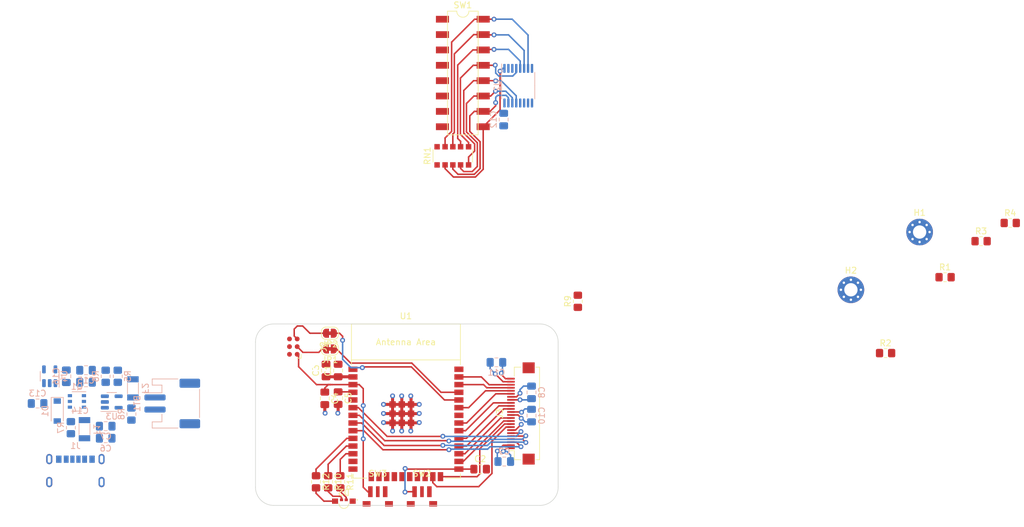
<source format=kicad_pcb>
(kicad_pcb (version 20220308) (generator pcbnew)
  (layers (0 "F.Cu" mixed "cobre frontal") (1 "In1.Cu" power) (2 "In2.Cu" power) (31 "B.Cu" mixed "Cobre traseira") (34 "B.Paste" user "Pasta traseira") (35 "F.Paste" user "Pasta frontal") (36 "B.SilkS" user "Serigrafia traseira") (37 "F.SilkS" user "Serigrafia frontal") (38 "B.Mask" user "Máscara traseira") (39 "F.Mask" user "Máscara frontal") (44 "Edge.Cuts" user "Cortes contorno"))
  (net 0 "")
  (net 1 "Net-(BT1-+)")
  (net 2 "GND")
  (net 3 "+3V3")
  (net 4 "ESP_BOOT")
  (net 5 "ESP_EN")
  (net 6 "BAT_SENSE")
  (net 7 "Net-(J1-VBUS)")
  (net 8 "VCC")
  (net 9 "+BATT")
  (net 10 "+5V")
  (net 11 "Net-(D2-RK)")
  (net 12 "Net-(D2-GK)")
  (net 13 "Net-(D2-BK)")
  (net 14 "BAT_STAT")
  (net 15 "Net-(J1-CC1)")
  (net 16 "Net-(J1-CC2)")
  (net 17 "Net-(J2-Pin_3)")
  (net 18 "Net-(J2-Pin_5)")
  (net 19 "IO2")
  (net 20 "IO4")
  (net 21 "IO5")
  (net 22 "IO15")
  (net 23 "IO16")
  (net 24 "IO17")
  (net 25 "IO18")
  (net 26 "IO19")
  (net 27 "IO21")
  (net 28 "IO22")
  (net 29 "IO23")
  (net 30 "IO32")
  (net 31 "IO33")
  (net 32 "IO34")
  (net 33 "IO35")
  (net 34 "Net-(RN1-R1)")
  (net 35 "ESP_TX")
  (net 36 "ESP_RX")
  (net 37 "Net-(RN1-R2)")
  (net 38 "Net-(RN1-R3)")
  (net 39 "Net-(RN1-R4)")
  (net 40 "Net-(RN1-R5)")
  (net 41 "Net-(RN1-R6)")
  (net 42 "Net-(RN1-R7)")
  (net 43 "Net-(RN1-R8)")
  (net 44 "Net-(U3-PROG)")
  (net 45 "BAT_IND_R")
  (net 46 "BAT_IND_G")
  (net 47 "BAT_IND_B")
  (net 48 "ID_CLK")
  (net 49 "ID_LATCH")
  (net 50 "ID_DATA")
  (footprint "Connector:Tag-Connect_TC2030-IDC-FP_2x03_P1.27mm_Vertical" (layer "F.Cu") (at 126.25 83.75 90)
    (fp_text reference "J2")
    (fp_text value "Serial Port")
  )
  (footprint "Capacitor_SMD:C_0805_2012Metric_Pad1.18x1.45mm_HandSolder" (layer "F.Cu") (at 131.65 87.7 90)
    (fp_text reference "C3")
    (fp_text value "10µF")
  )
  (footprint "Espressif:ESP32-WROOM-32E" (layer "F.Cu") (at 144.85 94.5)
    (fp_text reference "U1")
    (fp_text value "ESP32-WROOM-E")
  )
  (footprint "GameOver:SW_Tactile_SPST_SOFNG_TS-1814" (layer "F.Cu") (at 140.2 107.7375)
    (fp_text reference "SW3")
    (fp_text value "Reset")
  )
  (footprint "Resistor_SMD:R_0805_2012Metric_Pad1.20x1.40mm_HandSolder" (layer "F.Cu") (at 233.92 72.27)
    (fp_text reference "R1")
    (fp_text value "10kΩ")
  )
  (footprint "Resistor_SMD:R_0805_2012Metric_Pad1.20x1.40mm_HandSolder" (layer "F.Cu") (at 132 106.1 -90)
    (fp_text reference "R10")
    (fp_text value "1kΩ")
  )
  (footprint "Resistor_SMD:R_0805_2012Metric_Pad1.20x1.40mm_HandSolder" (layer "F.Cu") (at 130 106.1 -90)
    (fp_text reference "R12")
    (fp_text value "1kΩ")
  )
  (footprint "GameOver:TXGA_FFC05036-24SBD113W5M_1x24_P0.50mm_Horizontal" (layer "F.Cu") (at 164.05 94.8 90)
    (fp_text reference "J3")
    (fp_text value "add-on conn")
  )
  (footprint "Resistor_SMD:R_0805_2012Metric_Pad1.20x1.40mm_HandSolder" (layer "F.Cu") (at 134 106.1 -90)
    (fp_text reference "R11")
    (fp_text value "1kΩ")
  )
  (footprint "Resistor_SMD:R_0805_2012Metric_Pad1.20x1.40mm_HandSolder" (layer "F.Cu") (at 244.68 63.3)
    (fp_text reference "R4")
    (fp_text value "5.1kΩ")
  )
  (footprint "MountingHole:MountingHole_2.2mm_M2_Pad_Via" (layer "F.Cu") (at 229.71 64.8)
    (fp_text reference "H1")
    (fp_text value "~")
  )
  (footprint "Resistor_SMD:R_0805_2012Metric_Pad1.20x1.40mm_HandSolder" (layer "F.Cu") (at 224.09 84.82)
    (fp_text reference "R2")
    (fp_text value "10kΩ")
  )
  (footprint "Resistor_SMD:R_0805_2012Metric_Pad1.20x1.40mm_HandSolder" (layer "F.Cu") (at 173.25 76.25 90)
    (fp_text reference "R9")
    (fp_text value "10kΩ")
  )
  (footprint "Resistor_SMD:R_0805_2012Metric_Pad1.20x1.40mm_HandSolder" (layer "F.Cu") (at 239.87 66.31)
    (fp_text reference "R3")
    (fp_text value "5.1kΩ")
  )
  (footprint "Jumper:SolderJumper-2_P1.3mm_Bridged_RoundedPad1.0x1.5mm" (layer "F.Cu") (at 132.29 84.135 180)
    (fp_text reference "JP1")
    (fp_text value "~")
  )
  (footprint "Capacitor_SMD:C_0805_2012Metric_Pad1.18x1.45mm_HandSolder" (layer "F.Cu") (at 131.45 92.3 -90)
    (fp_text reference "C4")
    (fp_text value "1µF")
  )
  (footprint "Capacitor_SMD:C_0805_2012Metric_Pad1.18x1.45mm_HandSolder" (layer "F.Cu") (at 133.65 87.7 90)
    (fp_text reference "C1")
    (fp_text value "100nF")
  )
  (footprint "GameOver:SW_Tactile_SPST_SOFNG_TS-1814" (layer "F.Cu") (at 147.5 107.7375)
    (fp_text reference "SW2")
    (fp_text value "boot")
  )
  (footprint "GameOver:DIP-16_CTS_219-8LPST" (layer "F.Cu") (at 154.25 38.5)
    (fp_text reference "SW1")
    (fp_text value "SW_DIP_x08")
  )
  (footprint "Resistor_SMD:R_Array_Convex_5x1206" (layer "F.Cu") (at 152.6 52.2 90)
    (fp_text reference "RN1")
    (fp_text value "R_Network08_US")
  )
  (footprint "MountingHole:MountingHole_2.2mm_M2_Pad_Via" (layer "F.Cu") (at 218.36 74.35)
    (fp_text reference "H2")
    (fp_text value "~")
  )
  (footprint "Jumper:SolderJumper-2_P1.3mm_Bridged_RoundedPad1.0x1.5mm" (layer "F.Cu") (at 132.29 81.535 180)
    (fp_text reference "JP2")
    (fp_text value "~")
  )
  (footprint "GameOver:Hongzhi_Forest_HS-1204-RGB" (layer "F.Cu") (at 134.6 109.3 180)
    (fp_text reference "D2")
    (fp_text value "LED_RGBA")
  )
  (footprint "Capacitor_SMD:C_0805_2012Metric_Pad1.18x1.45mm_HandSolder" (layer "F.Cu") (at 157.1125 104)
    (fp_text reference "C2")
    (fp_text value "100nF")
  )
  (footprint "Capacitor_SMD:C_0805_2012Metric_Pad1.18x1.45mm_HandSolder" (layer "F.Cu") (at 133.65 92.2625 -90)
    (fp_text reference "C5")
    (fp_text value "100nF")
  )
  (footprint "Capacitor_SMD:C_0805_2012Metric_Pad1.18x1.45mm_HandSolder" (layer "B.Cu") (at 165.6 91.3125 90)
    (fp_text reference "C8")
    (fp_text value "100nF")
  )
  (footprint "Capacitor_SMD:C_0805_2012Metric_Pad1.18x1.45mm_HandSolder" (layer "B.Cu") (at 161.1 102.75 180)
    (fp_text reference "C9")
    (fp_text value "100nF")
  )
  (footprint "Capacitor_SMD:C_0805_2012Metric_Pad1.18x1.45mm_HandSolder" (layer "B.Cu") (at 92 89.65)
    (fp_text reference "C14")
    (fp_text value "10µF")
  )
  (footprint "GameOver:Belfuse_0ZCJ" (layer "B.Cu") (at 91.75 97.4 90)
    (fp_text reference "F1")
    (fp_text value "PTC 1A")
  )
  (footprint "Package_SO:TSOP-6_1.65x3.05mm_P0.95mm" (layer "B.Cu") (at 90.5 92.81 180)
    (fp_text reference "Q1")
    (fp_text value "PMN48XP")
  )
  (footprint "Capacitor_SMD:C_0805_2012Metric_Pad1.18x1.45mm_HandSolder" (layer "B.Cu") (at 88.75 88.65 -90)
    (fp_text reference "C16")
    (fp_text value "10µF")
  )
  (footprint "Capacitor_SMD:C_0805_2012Metric_Pad1.18x1.45mm_HandSolder" (layer "B.Cu") (at 161 46.2 -90)
    (fp_text reference "C12")
    (fp_text value "100nF")
  )
  (footprint "GameOver:DEALON_USB-US31-106" (layer "B.Cu") (at 90.25 105.15 180)
    (fp_text reference "J1")
    (fp_text value "USB_C_DEALON-USB-US31-106")
  )
  (footprint "Capacitor_SMD:C_0805_2012Metric_Pad1.18x1.45mm_HandSolder" (layer "B.Cu") (at 84 93.15 180)
    (fp_text reference "C13")
    (fp_text value "10µF")
  )
  (footprint "Capacitor_SMD:C_0805_2012Metric_Pad1.18x1.45mm_HandSolder" (layer "B.Cu") (at 165.6 95.15 90)
    (fp_text reference "C10")
    (fp_text value "100nF")
  )
  (footprint "Resistor_SMD:R_0805_2012Metric_Pad1.20x1.40mm_HandSolder" (layer "B.Cu") (at 89.5 97.15 -90)
    (fp_text reference "R7")
    (fp_text value "10k")
  )
  (footprint "GameOver:Belfuse_0ZCJ" (layer "B.Cu") (at 99.75 90.65 90)
    (fp_text reference "F2")
    (fp_text value "PTC 1A")
  )
  (footprint "Resistor_SMD:R_0805_2012Metric_Pad1.20x1.40mm_HandSolder" (layer "B.Cu") (at 95.25 88.65 -90)
    (fp_text reference "R6")
    (fp_text value "100kΩ")
  )
  (footprint "Connector_JST:JST_PH_S2B-PH-SM4-TB_1x02-1MP_P2.00mm_Horizontal" (layer "B.Cu") (at 106.25 93.15 -90)
    (fp_text reference "BT1")
    (fp_text value "LiPO (protected)")
  )
  (footprint "Capacitor_SMD:C_0805_2012Metric_Pad1.18x1.45mm_HandSolder" (layer "B.Cu") (at 95.25 98.9)
    (fp_text reference "C6")
    (fp_text value "100nF")
  )
  (footprint "Resistor_SMD:R_0805_2012Metric_Pad1.20x1.40mm_HandSolder" (layer "B.Cu") (at 97.25 88.65 90)
    (fp_text reference "R5")
    (fp_text value "100kΩ")
  )
  (footprint "Package_TO_SOT_SMD:SOT-23-5" (layer "B.Cu") (at 96.25 92.9)
    (fp_text reference "U3")
    (fp_text value "MCP73831-2ACI-OT")
  )
  (footprint "Package_TO_SOT_SMD:SOT-23-5" (layer "B.Cu") (at 86 88.65 90)
    (fp_text reference "U4")
    (fp_text value "XC6210B332MR")
  )
  (footprint "Resistor_SMD:R_0805_2012Metric_Pad1.20x1.40mm_HandSolder" (layer "B.Cu") (at 99.5 94.9 -90)
    (fp_text reference "R8")
    (fp_text value "5.1kΩ *")
  )
  (footprint "Capacitor_SMD:C_0805_2012Metric_Pad1.18x1.45mm_HandSolder" (layer "B.Cu") (at 95.25 96.9)
    (fp_text reference "C7")
    (fp_text value "10µF")
  )
  (footprint "Diode_SMD:D_SOD-123" (layer "B.Cu") (at 87.25 94.4 -90)
    (fp_text reference "D1")
    (fp_text value "MBR120")
  )
  (footprint "Capacitor_SMD:C_0805_2012Metric_Pad1.18x1.45mm_HandSolder" (layer "B.Cu") (at 159.8 86.35)
    (fp_text reference "C11")
    (fp_text value "100nF")
  )
  (footprint "Capacitor_SMD:C_0805_2012Metric_Pad1.18x1.45mm_HandSolder" (layer "B.Cu") (at 92 87.65)
    (fp_text reference "C15")
    (fp_text value "100nF")
  )
  (footprint "Package_SO:TSSOP-16_4.4x5mm_P0.65mm" (layer "B.Cu") (at 163.4 40.6 -90)
    (fp_text reference "U2")
    (fp_text value "4021")
  )
  (gr_line (start 123 80) (end 167 80) (stroke (width 0.1)) (layer "Edge.Cuts"))
  (gr_line (start 120 107) (end 120 83) (stroke (width 0.1)) (layer "Edge.Cuts"))
  (gr_arc (start 170 107) (mid 169.12132 109.12132) (end 167 110) (stroke (width 0.1)) (layer "Edge.Cuts"))
  (gr_line (start 167 110) (end 123 110) (stroke (width 0.1)) (layer "Edge.Cuts"))
  (gr_arc (start 123 110) (mid 120.87868 109.12132) (end 120 107) (stroke (width 0.1)) (layer "Edge.Cuts"))
  (gr_arc (start 120 83) (mid 120.87868 80.87868) (end 123 80) (stroke (width 0.1)) (layer "Edge.Cuts"))
  (gr_arc (start 167 80) (mid 169.12132 80.87868) (end 170 83) (stroke (width 0.1)) (layer "Edge.Cuts"))
  (gr_line (start 170 83) (end 170 107) (stroke (width 0.1)) (layer "Edge.Cuts"))
  (segment (start 133.65 94.7) (end 133.65 93.3) (width 0.5) (layer "F.Cu") (net 2))
  (segment (start 163.900003 96.601378) (end 162.951381 97.55) (width 0.25) (layer "F.Cu") (net 2))
  (segment (start 163.9 94.55) (end 163.95 94.6) (width 0.25) (layer "F.Cu") (net 2))
  (segment (start 145.695 93.305) (end 145.695 96.355) (width 0.5) (layer "F.Cu") (net 2))
  (segment (start 147.045 93.305) (end 145.695 93.305) (width 0.5) (layer "F.Cu") (net 2))
  (segment (start 144.15 97.7) (end 144.17 97.68) (width 0.5) (layer "F.Cu") (net 2))
  (segment (start 145.695 91.945) (end 145.65 91.9) (width 0.5) (layer "F.Cu") (net 2))
  (segment (start 145.695 97.655) (end 145.695 96.355) (width 0.5) (layer "F.Cu") (net 2))
  (segment (start 144.17 97.68) (end 144.17 96.355) (width 0.5) (layer "F.Cu") (net 2))
  (segment (start 145.695 93.305) (end 145.695 91.945) (width 0.5) (layer "F.Cu") (net 2))
  (segment (start 131.45 94.7) (end 131.5 94.75) (width 0.5) (layer "F.Cu") (net 2))
  (segment (start 133.6 94.75) (end 133.65 94.7) (width 0.5) (layer "F.Cu") (net 2))
  (segment (start 162.2 100.05) (end 160.9245 100.05) (width 0.25) (layer "F.Cu") (net 2))
  (segment (start 146.995 96.355) (end 147.05 96.3) (width 0.5) (layer "F.Cu") (net 2))
  (segment (start 144.17 93.305) (end 144.17 91.92) (width 0.5) (layer "F.Cu") (net 2))
  (segment (start 160.9245 100.05) (end 159.95 101.0245) (width 0.25) (layer "F.Cu") (net 2))
  (segment (start 145.695 94.83) (end 147.02 94.83) (width 0.5) (layer "F.Cu") (net 2))
  (segment (start 145.65 97.7) (end 145.695 97.655) (width 0.5) (layer "F.Cu") (net 2))
  (segment (start 142.65 97.7) (end 142.645 97.695) (width 0.5) (layer "F.Cu") (net 2))
  (segment (start 142.645 93.305) (end 142.645 91.905) (width 0.5) (layer "F.Cu") (net 2))
  (segment (start 162.2 94.55) (end 163.9 94.55) (width 0.25) (layer "F.Cu") (net 2))
  (segment (start 142.645 94.83) (end 141.18 94.83) (width 0.5) (layer "F.Cu") (net 2))
  (segment (start 142.645 94.83) (end 142.645 93.305) (width 0.5) (layer "F.Cu") (net 2))
  (segment (start 160.605688 88.355688) (end 161.3 89.05) (width 0.25) (layer "F.Cu") (net 2))
  (segment (start 142.645 96.355) (end 142.645 94.83) (width 0.5) (layer "F.Cu") (net 2))
  (segment (start 162.951381 97.55) (end 162.2 97.55) (width 0.25) (layer "F.Cu") (net 2))
  (segment (start 142.645 96.355) (end 141.205 96.355) (width 0.5) (layer "F.Cu") (net 2))
  (segment (start 147.05 93.3) (end 147.045 93.305) (width 0.5) (layer "F.Cu") (net 2))
  (segment (start 147.02 94.83) (end 147.05 94.8) (width 0.5) (layer "F.Cu") (net 2))
  (segment (start 142.645 94.83) (end 145.695 94.83) (width 0.5) (layer "F.Cu") (net 2))
  (segment (start 160.605688 88.127324) (end 160.605688 88.355688) (width 0.25) (layer "F.Cu") (net 2))
  (segment (start 141.205 96.355) (end 141.15 96.3) (width 0.5) (layer "F.Cu") (net 2))
  (segment (start 163.7 91.474022) (end 163.124022 92.05) (width 0.25) (layer "F.Cu") (net 2))
  (segment (start 145.695 96.355) (end 146.995 96.355) (width 0.5) (layer "F.Cu") (net 2))
  (segment (start 142.645 97.695) (end 142.645 96.355) (width 0.5) (layer "F.Cu") (net 2))
  (segment (start 142.645 91.905) (end 142.65 91.9) (width 0.5) (layer "F.Cu") (net 2))
  (segment (start 142.645 94.83) (end 144.17 94.83) (width 0.5) (layer "F.Cu") (net 2))
  (segment (start 141.155 93.305) (end 141.15 93.3) (width 0.5) (layer "F.Cu") (net 2))
  (segment (start 144.17 93.305) (end 144.17 96.355) (width 0.5) (layer "F.Cu") (net 2))
  (segment (start 145.695 96.355) (end 142.645 96.355) (width 0.5) (layer "F.Cu") (net 2))
  (segment (start 142.645 93.305) (end 145.695 93.305) (width 0.5) (layer "F.Cu") (net 2))
  (segment (start 141.18 94.83) (end 141.15 94.8) (width 0.5) (layer "F.Cu") (net 2))
  (segment (start 142.645 93.305) (end 141.155 93.305) (width 0.5) (layer "F.Cu") (net 2))
  (segment (start 144.17 91.92) (end 144.15 91.9) (width 0.5) (layer "F.Cu") (net 2))
  (segment (start 163.124022 92.05) (end 162.2 92.05) (width 0.25) (layer "F.Cu") (net 2))
  (segment (start 163.7 91.45) (end 163.7 91.474022) (width 0.25) (layer "F.Cu") (net 2))
  (segment (start 161.3 89.05) (end 162.2 89.05) (width 0.25) (layer "F.Cu") (net 2))
  (segment (start 131.45 93.3375) (end 131.45 94.7) (width 0.5) (layer "F.Cu") (net 2))
  (via (at 144.15 91.9) (size 0.8) (drill 0.4) (layers "F.Cu" "B.Cu") (net 2))
  (via (at 141.15 96.3) (size 0.8) (drill 0.4) (layers "F.Cu" "B.Cu") (net 2))
  (via (at 133.6 94.75) (size 0.8) (drill 0.4) (layers "F.Cu" "B.Cu") (net 2))
  (via (at 163.95 94.6) (size 0.8) (drill 0.4) (layers "F.Cu" "B.Cu") (net 2))
  (via (at 131.5 94.75) (size 0.8) (drill 0.4) (layers "F.Cu" "B.Cu") (net 2))
  (via (at 163.900003 96.601378) (size 0.8) (drill 0.4) (layers "F.Cu" "B.Cu") (net 2))
  (via (at 160.605688 88.127324) (size 0.8) (drill 0.4) (layers "F.Cu" "B.Cu") (net 2))
  (via (at 147.05 93.3) (size 0.8) (drill 0.4) (layers "F.Cu" "B.Cu") (net 2))
  (via (at 144.15 97.7) (size 0.8) (drill 0.4) (layers "F.Cu" "B.Cu") (net 2))
  (via (at 142.65 91.9) (size 0.8) (drill 0.4) (layers "F.Cu" "B.Cu") (net 2))
  (via (at 163.7 91.45) (size 0.8) (drill 0.4) (layers "F.Cu" "B.Cu") (net 2))
  (via (at 142.65 97.7) (size 0.8) (drill 0.4) (layers "F.Cu" "B.Cu") (net 2))
  (via (at 141.15 94.8) (size 0.8) (drill 0.4) (layers "F.Cu" "B.Cu") (net 2))
  (via (at 145.65 97.7) (size 0.8) (drill 0.4) (layers "F.Cu" "B.Cu") (net 2))
  (via (at 147.05 96.3) (size 0.8) (drill 0.4) (layers "F.Cu" "B.Cu") (net 2))
  (via (at 147.05 94.8) (size 0.8) (drill 0.4) (layers "F.Cu" "B.Cu") (net 2))
  (via (at 145.65 91.9) (size 0.8) (drill 0.4) (layers "F.Cu" "B.Cu") (net 2))
  (via (at 159.95 101.0245) (size 0.8) (drill 0.4) (layers "F.Cu" "B.Cu") (net 2))
  (via (at 141.15 93.3) (size 0.8) (drill 0.4) (layers "F.Cu" "B.Cu") (net 2))
  (segment (start 160.8 87.933012) (end 160.8 86.3875) (width 0.25) (layer "B.Cu") (net 2))
  (segment (start 160.8 86.3875) (end 160.8375 86.35) (width 0.25) (layer "B.Cu") (net 2))
  (segment (start 163.95 94.6) (end 164.5 94.05) (width 0.25) (layer "B.Cu") (net 2))
  (segment (start 164.5 94.05) (end 165.5375 94.05) (width 0.25) (layer "B.Cu") (net 2))
  (segment (start 159.95 102.6375) (end 160.0625 102.75) (width 0.25) (layer "B.Cu") (net 2))
  (segment (start 165.5375 94.05) (end 165.6 94.1125) (width 0.25) (layer "B.Cu") (net 2))
  (segment (start 164.275 90.275) (end 165.6 90.275) (width 0.25) (layer "B.Cu") (net 2))
  (segment (start 163.7 90.85) (end 164.275 90.275) (width 0.25) (layer "B.Cu") (net 2))
  (segment (start 160.605688 88.127324) (end 160.8 87.933012) (width 0.25) (layer "B.Cu") (net 2))
  (segment (start 159.95 101.0245) (end 159.95 102.6375) (width 0.25) (layer "B.Cu") (net 2))
  (segment (start 163.7 91.45) (end 163.7 90.85) (width 0.25) (layer "B.Cu") (net 2))
  (segment (start 160.9 89.55) (end 162.2 89.55) (width 0.25) (layer "F.Cu") (net 3))
  (segment (start 136.0775 88.7375) (end 136.1 88.76) (width 0.5) (layer "F.Cu") (net 3))
  (segment (start 159.6 88.25) (end 160.9 89.55) (width 0.25) (layer "F.Cu") (net 3))
  (segment (start 163.7 92.55) (end 162.2 92.55) (width 0.25) (layer "F.Cu") (net 3))
  (segment (start 131.65 88.7375) (end 136.0775 88.7375) (width 0.5) (layer "F.Cu") (net 3))
  (segment (start 161.453525 100.55) (end 162.2 100.55) (width 0.25) (layer "F.Cu") (net 3))
  (segment (start 163.897467 95.601879) (end 163.649897 95.354309) (width 0.25) (layer "F.Cu") (net 3))
  (segment (start 163.649897 95.324511) (end 163.375386 95.05) (width 0.25) (layer "F.Cu") (net 3))
  (segment (start 163.649897 95.354309) (end 163.649897 95.324511) (width 0.25) (layer "F.Cu") (net 3))
  (segment (start 160.949053 101.054472) (end 161.453525 100.55) (width 0.25) (layer "F.Cu") (net 3))
  (segment (start 163.375386 95.05) (end 162.2 95.05) (width 0.25) (layer "F.Cu") (net 3))
  (via (at 160.949053 101.054472) (size 0.8) (drill 0.4) (layers "F.Cu" "B.Cu") (net 3))
  (via (at 159.6 88.25) (size 0.8) (drill 0.4) (layers "F.Cu" "B.Cu") (net 3))
  (via (at 163.897467 95.601879) (size 0.8) (drill 0.4) (layers "F.Cu" "B.Cu") (net 3))
  (via (at 163.7 92.55) (size 0.8) (drill 0.4) (layers "F.Cu" "B.Cu") (net 3))
  (segment (start 163.7 92.55) (end 165.4 92.55) (width 0.25) (layer "B.Cu") (net 3))
  (segment (start 164.562114 96.1875) (end 165.6 96.1875) (width 0.25) (layer "B.Cu") (net 3))
  (segment (start 163.897467 95.601879) (end 163.976493 95.601879) (width 0.25) (layer "B.Cu") (net 3))
  (segment (start 159.6 88.25) (end 158.7625 87.4125) (width 0.25) (layer "B.Cu") (net 3))
  (segment (start 165.4 92.55) (end 165.6 92.35) (width 0.25) (layer "B.Cu") (net 3))
  (segment (start 162.1375 101.6875) (end 162.1375 102.75) (width 0.25) (layer "B.Cu") (net 3))
  (segment (start 163.976493 95.601879) (end 164.562114 96.1875) (width 0.25) (layer "B.Cu") (net 3))
  (segment (start 160.949053 101.054472) (end 161.504472 101.054472) (width 0.25) (layer "B.Cu") (net 3))
  (segment (start 158.7625 87.4125) (end 158.7625 86.35) (width 0.25) (layer "B.Cu") (net 3))
  (segment (start 161.504472 101.054472) (end 162.1375 101.6875) (width 0.25) (layer "B.Cu") (net 3))
  (segment (start 153.6 104) (end 156.075 104) (width 0.25) (layer "F.Cu") (net 4))
  (segment (start 144.816179 104) (end 153.6 104) (width 0.25) (layer "F.Cu") (net 4))
  (segment (start 144.719653 103.903474) (end 144.816179 104) (width 0.25) (layer "F.Cu") (net 4))
  (segment (start 144.7625 107.7375) (end 146.275 107.7375) (width 0.25) (layer "F.Cu") (net 4))
  (segment (start 144.7 107.8) (end 144.7625 107.7375) (width 0.25) (layer "F.Cu") (net 4))
  (via (at 144.7 107.8) (size 0.8) (drill 0.4) (layers "F.Cu" "B.Cu") (net 4))
  (via (at 144.719653 103.903474) (size 0.8) (drill 0.4) (layers "F.Cu" "B.Cu") (net 4))
  (segment (start 144.7 107.8) (end 144.7 103.923127) (width 0.25) (layer "B.Cu") (net 4))
  (segment (start 144.7 103.923127) (end 144.719653 103.903474) (width 0.25) (layer "B.Cu") (net 4))
  (segment (start 138.5375 107.7375) (end 137.8 107) (width 0.25) (layer "F.Cu") (net 5))
  (segment (start 137.8 90.7) (end 137.13 90.03) (width 0.25) (layer "F.Cu") (net 5))
  (segment (start 137.8 93.5) (end 137.8 90.7) (width 0.25) (layer "F.Cu") (net 5))
  (segment (start 130.08 90.03) (end 132.42 90.03) (width 0.25) (layer "F.Cu") (net 5))
  (segment (start 132.02 90.03) (end 132.42 90.03) (width 0.25) (layer "F.Cu") (net 5))
  (segment (start 131.45 91.2625) (end 131.45 90.6) (width 0.25) (layer "F.Cu") (net 5))
  (segment (start 137.8 107) (end 137.8 99) (width 0.25) (layer "F.Cu") (net 5))
  (segment (start 138.975 107.7375) (end 138.5375 107.7375) (width 0.25) (layer "F.Cu") (net 5))
  (segment (start 127.119821 87.069821) (end 130.08 90.03) (width 0.25) (layer "F.Cu") (net 5))
  (segment (start 131.45 90.6) (end 132.02 90.03) (width 0.25) (layer "F.Cu") (net 5))
  (segment (start 132.42 90.03) (end 132.68 90.03) (width 0.25) (layer "F.Cu") (net 5))
  (segment (start 132.68 90.03) (end 136.1 90.03) (width 0.25) (layer "F.Cu") (net 5))
  (segment (start 126.885 85.02) (end 127.119821 85.254821) (width 0.25) (layer "F.Cu") (net 5))
  (segment (start 137.13 90.03) (end 136.1 90.03) (width 0.25) (layer "F.Cu") (net 5))
  (segment (start 127.119821 85.254821) (end 127.119821 87.069821) (width 0.25) (layer "F.Cu") (net 5))
  (via (at 137.8 99) (size 0.8) (drill 0.4) (layers "F.Cu" "B.Cu") (net 5))
  (via (at 137.8 93.5) (size 0.8) (drill 0.4) (layers "F.Cu" "B.Cu") (net 5))
  (segment (start 137.8 99) (end 137.8 93.5) (width 0.25) (layer "B.Cu") (net 5))
  (segment (start 133.65 91.225) (end 136.025 91.225) (width 0.25) (layer "F.Cu") (net 6))
  (segment (start 136.025 91.225) (end 136.1 91.3) (width 0.25) (layer "F.Cu") (net 6))
  (segment (start 132 107.1) (end 132 107.7) (width 0.25) (layer "F.Cu") (net 11))
  (segment (start 134 108.5) (end 134.21 108.71) (width 0.25) (layer "F.Cu") (net 11))
  (segment (start 134.21 108.71) (end 134.21 109.08) (width 0.25) (layer "F.Cu") (net 11))
  (segment (start 132 107.7) (end 132.8 108.5) (width 0.25) (layer "F.Cu") (net 11))
  (segment (start 132.8 108.5) (end 134 108.5) (width 0.25) (layer "F.Cu") (net 11))
  (segment (start 134 107.1) (end 134 107.7) (width 0.25) (layer "F.Cu") (net 12))
  (segment (start 134.99 108.69) (end 134.99 109.08) (width 0.25) (layer "F.Cu") (net 12))
  (segment (start 134 107.7) (end 134.99 108.69) (width 0.25) (layer "F.Cu") (net 12))
  (segment (start 130 107.1) (end 130 108) (width 0.25) (layer "F.Cu") (net 13))
  (segment (start 130 108) (end 131.3 109.3) (width 0.25) (layer "F.Cu") (net 13))
  (segment (start 131.3 109.3) (end 133.145 109.3) (width 0.25) (layer "F.Cu") (net 13))
  (segment (start 131.015 84.135) (end 131.64 84.135) (width 0.25) (layer "F.Cu") (net 17))
  (segment (start 130.45 84.7) (end 131.015 84.135) (width 0.25) (layer "F.Cu") (net 17))
  (segment (start 127.835 84.7) (end 130.45 84.7) (width 0.25) (layer "F.Cu") (net 17))
  (segment (start 126.885 83.75) (end 127.835 84.7) (width 0.25) (layer "F.Cu") (net 17))
  (segment (start 126.396179 80.849707) (end 126.396179 81.991179) (width 0.25) (layer "F.Cu") (net 18))
  (segment (start 126.905707 80.340179) (end 126.396179 80.849707) (width 0.25) (layer "F.Cu") (net 18))
  (segment (start 128.985 81.535) (end 127.790179 80.340179) (width 0.25) (layer "F.Cu") (net 18))
  (segment (start 126.396179 81.991179) (end 126.885 82.48) (width 0.25) (layer "F.Cu") (net 18))
  (segment (start 131.64 81.535) (end 128.985 81.535) (width 0.25) (layer "F.Cu") (net 18))
  (segment (start 127.790179 80.340179) (end 126.905707 80.340179) (width 0.25) (layer "F.Cu") (net 18))
  (segment (start 157.05 104.8) (end 157.05 100.635718) (width 0.25) (layer "F.Cu") (net 19))
  (segment (start 157.05 100.635718) (end 161.135718 96.55) (width 0.25) (layer "F.Cu") (net 19))
  (segment (start 156.6 105.25) (end 157.05 104.8) (width 0.25) (layer "F.Cu") (net 19))
  (segment (start 161.135718 96.55) (end 162.2 96.55) (width 0.25) (layer "F.Cu") (net 19))
  (segment (start 150.56 105.25) (end 156.6 105.25) (width 0.25) (layer "F.Cu") (net 19))
  (segment (start 153.6 102.73) (end 154.32 102.73) (width 0.25) (layer "F.Cu") (net 20))
  (segment (start 161 96.05) (end 162.2 96.05) (width 0.25) (layer "F.Cu") (net 20))
  (segment (start 154.32 102.73) (end 161 96.05) (width 0.25) (layer "F.Cu") (net 20))
  (segment (start 160.2 93.55) (end 162.2 93.55) (width 0.25) (layer "F.Cu") (net 21))
  (segment (start 153.6 98.92) (end 154.83 98.92) (width 0.25) (layer "F.Cu") (net 21))
  (segment (start 154.83 98.92) (end 160.2 93.55) (width 0.25) (layer "F.Cu") (net 21))
  (segment (start 156.874993 106.9) (end 159.06202 104.712973) (width 0.25) (layer "F.Cu") (net 22))
  (segment (start 149.29 105.25) (end 149.29 106.24) (width 0.25) (layer "F.Cu") (net 22))
  (segment (start 161.4 97.05) (end 162.2 97.05) (width 0.25) (layer "F.Cu") (net 22))
  (segment (start 149.29 106.24) (end 149.95 106.9) (width 0.25) (layer "F.Cu") (net 22))
  (segment (start 149.95 106.9) (end 156.874993 106.9) (width 0.25) (layer "F.Cu") (net 22))
  (segment (start 159.06202 99.38798) (end 161.4 97.05) (width 0.25) (layer "F.Cu") (net 22))
  (segment (start 159.06202 104.712973) (end 159.06202 99.38798) (width 0.25) (layer "F.Cu") (net 22))
  (segment (start 160.5 95.55) (end 154.59 101.46) (width 0.25) (layer "F.Cu") (net 23))
  (segment (start 154.59 101.46) (end 153.6 101.46) (width 0.25) (layer "F.Cu") (net 23))
  (segment (start 162.2 95.55) (end 160.5 95.55) (width 0.25) (layer "F.Cu") (net 23))
  (segment (start 162.2 94.05) (end 161 94.05) (width 0.25) (layer "F.Cu") (net 24))
  (segment (start 154.86 100.19) (end 153.6 100.19) (width 0.25) (layer "F.Cu") (net 24))
  (segment (start 161 94.05) (end 154.86 100.19) (width 0.25) (layer "F.Cu") (net 24))
  (segment (start 154.7 97.65) (end 159.3 93.05) (width 0.25) (layer "F.Cu") (net 25))
  (segment (start 159.3 93.05) (end 162.2 93.05) (width 0.25) (layer "F.Cu") (net 25))
  (segment (start 153.6 97.65) (end 154.7 97.65) (width 0.25) (layer "F.Cu") (net 25))
  (segment (start 159.7 91.55) (end 162.2 91.55) (width 0.25) (layer "F.Cu") (net 26))
  (segment (start 154.87 96.38) (end 159.7 91.55) (width 0.25) (layer "F.Cu") (net 26))
  (segment (start 153.6 96.38) (end 154.87 96.38) (width 0.25) (layer "F.Cu") (net 26))
  (segment (start 158 91.05) (end 162.2 91.05) (width 0.25) (layer "F.Cu") (net 27))
  (segment (start 153.6 93.84) (end 155.21 93.84) (width 0.25) (layer "F.Cu") (net 27))
  (segment (start 155.21 93.84) (end 158 91.05) (width 0.25) (layer "F.Cu") (net 27))
  (segment (start 157.68 90.03) (end 158.2 90.55) (width 0.25) (layer "F.Cu") (net 28))
  (segment (start 158.2 90.55) (end 162.2 90.55) (width 0.25) (layer "F.Cu") (net 28))
  (segment (start 153.6 90.03) (end 157.68 90.03) (width 0.25) (layer "F.Cu") (net 28))
  (segment (start 157.31 88.76) (end 158.6 90.05) (width 0.25) (layer "F.Cu") (net 29))
  (segment (start 153.6 88.76) (end 157.31 88.76) (width 0.25) (layer "F.Cu") (net 29))
  (segment (start 158.6 90.05) (end 162.2 90.05) (width 0.25) (layer "F.Cu") (net 29))
  (segment (start 164.104291 99.05) (end 162.2 99.05) (width 0.25) (layer "F.Cu") (net 30))
  (segment (start 150.95 100.0755) (end 150.9255 100.1) (width 0.25) (layer "F.Cu") (net 30))
  (segment (start 141.25 100.1) (end 137.53 96.38) (width 0.25) (layer "F.Cu") (net 30))
  (segment (start 137.53 96.38) (end 136.1 96.38) (width 0.25) (layer "F.Cu") (net 30))
  (segment (start 150.9255 100.1) (end 141.25 100.1) (width 0.25) (layer "F.Cu") (net 30))
  (segment (start 164.65557 99.601279) (end 164.104291 99.05) (width 0.25) (layer "F.Cu") (net 30))
  (via (at 164.65557 99.601279) (size 0.8) (drill 0.4) (layers "F.Cu" "B.Cu") (net 30))
  (via (at 150.95 100.0755) (size 0.8) (drill 0.4) (layers "F.Cu" "B.Cu") (net 30))
  (segment (start 152.250114 100.0755) (end 150.95 100.0755) (width 0.25) (layer "B.Cu") (net 30))
  (segment (start 158.872799 99.541483) (end 158.314282 100.1) (width 0.25) (layer "B.Cu") (net 30))
  (segment (start 152.274614 100.1) (end 152.250114 100.0755) (width 0.25) (layer "B.Cu") (net 30))
  (segment (start 158.314282 100.1) (end 152.274614 100.1) (width 0.25) (layer "B.Cu") (net 30))
  (segment (start 164.65557 99.601279) (end 164.595774 99.541483) (width 0.25) (layer "B.Cu") (net 30))
  (segment (start 164.595774 99.541483) (end 158.872799 99.541483) (width 0.25) (layer "B.Cu") (net 30))
  (segment (start 151.95 100.8) (end 141.05 100.8) (width 0.25) (layer "F.Cu") (net 31))
  (segment (start 141.05 100.8) (end 137.9 97.65) (width 0.25) (layer "F.Cu") (net 31))
  (segment (start 137.9 97.65) (end 136.1 97.65) (width 0.25) (layer "F.Cu") (net 31))
  (segment (start 163.85 100.3) (end 163.1 99.55) (width 0.25) (layer "F.Cu") (net 31))
  (segment (start 163.1 99.55) (end 162.2 99.55) (width 0.25) (layer "F.Cu") (net 31))
  (via (at 151.95 100.8) (size 0.8) (drill 0.4) (layers "F.Cu" "B.Cu") (net 31))
  (via (at 163.85 100.3) (size 0.8) (drill 0.4) (layers "F.Cu" "B.Cu") (net 31))
  (segment (start 158.35 100.7) (end 152.05 100.7) (width 0.25) (layer "B.Cu") (net 31))
  (segment (start 152.05 100.7) (end 151.95 100.8) (width 0.25) (layer "B.Cu") (net 31))
  (segment (start 158.75 100.3) (end 158.35 100.7) (width 0.25) (layer "B.Cu") (net 31))
  (segment (start 163.85 100.3) (end 158.75 100.3) (width 0.25) (layer "B.Cu") (net 31))
  (segment (start 141.75 98.6) (end 136.99 93.84) (width 0.25) (layer "F.Cu") (net 32))
  (segment (start 150.95 98.5755) (end 150.9255 98.6) (width 0.25) (layer "F.Cu") (net 32))
  (segment (start 150.9255 98.6) (end 141.75 98.6) (width 0.25) (layer "F.Cu") (net 32))
  (segment (start 163.85 97.8) (end 163.6 98.05) (width 0.25) (layer "F.Cu") (net 32))
  (segment (start 163.6 98.05) (end 162.2 98.05) (width 0.25) (layer "F.Cu") (net 32))
  (segment (start 136.99 93.84) (end 136.1 93.84) (width 0.25) (layer "F.Cu") (net 32))
  (via (at 150.95 98.5755) (size 0.8) (drill 0.4) (layers "F.Cu" "B.Cu") (net 32))
  (via (at 163.85 97.8) (size 0.8) (drill 0.4) (layers "F.Cu" "B.Cu") (net 32))
  (segment (start 163.05 98.6) (end 163.85 97.8) (width 0.25) (layer "B.Cu") (net 32))
  (segment (start 150.9745 98.6) (end 163.05 98.6) (width 0.25) (layer "B.Cu") (net 32))
  (segment (start 150.95 98.5755) (end 150.9745 98.6) (width 0.25) (layer "B.Cu") (net 32))
  (segment (start 151.95 99.351) (end 151.899 99.3) (width 0.25) (layer "F.Cu") (net 33))
  (segment (start 164.608506 98.541494) (end 162.208506 98.541494) (width 0.25) (layer "F.Cu") (net 33))
  (segment (start 164.65 98.5) (end 164.608506 98.541494) (width 0.25) (layer "F.Cu") (net 33))
  (segment (start 137.16 95.11) (end 136.1 95.11) (width 0.25) (layer "F.Cu") (net 33))
  (segment (start 162.208506 98.541494) (end 162.2 98.55) (width 0.25) (layer "F.Cu") (net 33))
  (segment (start 151.899 99.3) (end 141.35 99.3) (width 0.25) (layer "F.Cu") (net 33))
  (segment (start 141.35 99.3) (end 137.16 95.11) (width 0.25) (layer "F.Cu") (net 33))
  (via (at 151.95 99.351) (size 0.8) (drill 0.4) (layers "F.Cu" "B.Cu") (net 33))
  (via (at 164.65 98.5) (size 0.8) (drill 0.4) (layers "F.Cu" "B.Cu") (net 33))
  (segment (start 158.378564 99.4) (end 158.686602 99.091963) (width 0.25) (layer "B.Cu") (net 33))
  (segment (start 151.999 99.4) (end 158.378564 99.4) (width 0.25) (layer "B.Cu") (net 33))
  (segment (start 164.058037 99.091963) (end 164.65 98.5) (width 0.25) (layer "B.Cu") (net 33))
  (segment (start 151.95 99.351) (end 151.999 99.4) (width 0.25) (layer "B.Cu") (net 33))
  (segment (start 158.686602 99.091963) (end 164.058037 99.091963) (width 0.25) (layer "B.Cu") (net 33))
  (segment (start 157.6155 54.420218) (end 156.336678 55.69904) (width 0.25) (layer "F.Cu") (net 34))
  (segment (start 151.32 54.32) (end 151.32 53.7) (width 0.25) (layer "F.Cu") (net 34))
  (segment (start 157.6155 47.39) (end 157.6155 54.420218) (width 0.25) (layer "F.Cu") (net 34))
  (segment (start 152.69904 55.69904) (end 151.32 54.32) (width 0.25) (layer "F.Cu") (net 34))
  (segment (start 156.336678 55.69904) (end 152.69904 55.69904) (width 0.25) (layer "F.Cu") (net 34))
  (segment (start 160.4 44.6055) (end 157.6155 47.39) (width 0.25) (layer "F.Cu") (net 34))
  (segment (start 160.4 38.2) (end 160.4 44.6055) (width 0.25) (layer "F.Cu") (net 34))
  (via (at 160.4 38.2) (size 0.8) (drill 0.4) (layers "F.Cu" "B.Cu") (net 34))
  (segment (start 160.4 38.2) (end 160.8625 37.7375) (width 0.25) (layer "B.Cu") (net 34))
  (segment (start 160.8625 37.7375) (end 161.125 37.7375) (width 0.25) (layer "B.Cu") (net 34))
  (segment (start 150.65 91.3) (end 153.6 91.3) (width 0.25) (layer "F.Cu") (net 35))
  (segment (start 132.94 84.135) (end 133.385 84.135) (width 0.25) (layer "F.Cu") (net 35))
  (segment (start 145.8225 86.4725) (end 150.65 91.3) (width 0.25) (layer "F.Cu") (net 35))
  (segment (start 133.385 84.135) (end 135.7225 86.4725) (width 0.25) (layer "F.Cu") (net 35))
  (segment (start 135.7225 86.4725) (end 145.8225 86.4725) (width 0.25) (layer "F.Cu") (net 35))
  (segment (start 153.6 92.57) (end 151.22 92.57) (width 0.25) (layer "F.Cu") (net 36))
  (segment (start 145.75 87.1) (end 137.7745 87.1) (width 0.25) (layer "F.Cu") (net 36))
  (segment (start 137.7745 87.1) (end 137.65 87.2245) (width 0.25) (layer "F.Cu") (net 36))
  (segment (start 151.22 92.57) (end 145.75 87.1) (width 0.25) (layer "F.Cu") (net 36))
  (segment (start 133.885 81.535) (end 132.94 81.535) (width 0.25) (layer "F.Cu") (net 36))
  (segment (start 134.3898 82.7) (end 134.3898 82.0398) (width 0.25) (layer "F.Cu") (net 36))
  (segment (start 134.3898 82.0398) (end 133.885 81.535) (width 0.25) (layer "F.Cu") (net 36))
  (via (at 134.3898 82.7) (size 0.8) (drill 0.4) (layers "F.Cu" "B.Cu") (net 36))
  (via (at 137.65 87.2245) (size 0.8) (drill 0.4) (layers "F.Cu" "B.Cu") (net 36))
  (segment (start 134.3898 82.7) (end 134.3898 85.8398) (width 0.25) (layer "B.Cu") (net 36))
  (segment (start 135.7745 87.2245) (end 137.65 87.2245) (width 0.25) (layer "B.Cu") (net 36))
  (segment (start 134.3898 85.8398) (end 135.7745 87.2245) (width 0.25) (layer "B.Cu") (net 36))
  (segment (start 156.15 44.85) (end 155.4 45.6) (width 0.25) (layer "F.Cu") (net 37))
  (segment (start 157.09904 54.30096) (end 156.15048 55.24952) (width 0.25) (layer "F.Cu") (net 37))
  (segment (start 157.09904 49.863324) (end 157.09904 54.30096) (width 0.25) (layer "F.Cu") (net 37))
  (segment (start 158.75 44.85) (end 157.6155 44.85) (width 0.25) (layer "F.Cu") (net 37))
  (segment (start 159.6755 43.4) (end 159.6755 43.9245) (width 0.25) (layer "F.Cu") (net 37))
  (segment (start 159.6755 43.9245) (end 158.75 44.85) (width 0.25) (layer "F.Cu") (net 37))
  (segment (start 153.44952 55.24952) (end 152.6 54.4) (width 0.25) (layer "F.Cu") (net 37))
  (segment (start 157.6155 44.85) (end 156.15 44.85) (width 0.25) (layer "F.Cu") (net 37))
  (segment (start 156.15048 55.24952) (end 153.44952 55.24952) (width 0.25) (layer "F.Cu") (net 37))
  (segment (start 155.4 45.6) (end 155.4 48.164282) (width 0.25) (layer "F.Cu") (net 37))
  (segment (start 152.6 54.4) (end 152.6 53.7) (width 0.25) (layer "F.Cu") (net 37))
  (segment (start 155.4 48.164282) (end 157.09904 49.863324) (width 0.25) (layer "F.Cu") (net 37))
  (via (at 159.6755 43.4) (size 0.8) (drill 0.4) (layers "F.Cu" "B.Cu") (net 37))
  (segment (start 159.6755 43.4) (end 159.6755 42.5245) (width 0.25) (layer "B.Cu") (net 37))
  (segment (start 161.4 42.2) (end 161.775 42.575) (width 0.25) (layer "B.Cu") (net 37))
  (segment (start 159.6755 42.5245) (end 160 42.2) (width 0.25) (layer "B.Cu") (net 37))
  (segment (start 161.775 42.575) (end 161.775 43.4625) (width 0.25) (layer "B.Cu") (net 37))
  (segment (start 160 42.2) (end 161.4 42.2) (width 0.25) (layer "B.Cu") (net 37))
  (segment (start 154.84952 48.24952) (end 156.64952 50.049521) (width 0.25) (layer "F.Cu") (net 38))
  (segment (start 158.849071 42.31) (end 157.6155 42.31) (width 0.25) (layer "F.Cu") (net 38))
  (segment (start 155.8 54.8) (end 154.4 54.8) (width 0.25) (layer "F.Cu") (net 38))
  (segment (start 156.64952 53.95048) (end 155.8 54.8) (width 0.25) (layer "F.Cu") (net 38))
  (segment (start 159.646393 41.512678) (end 158.849071 42.31) (width 0.25) (layer "F.Cu") (net 38))
  (segment (start 156.64952 50.049521) (end 156.64952 53.95048) (width 0.25) (layer "F.Cu") (net 38))
  (segment (start 153.88 54.28) (end 153.88 53.7) (width 0.25) (layer "F.Cu") (net 38))
  (segment (start 157.6155 42.31) (end 156.09 42.31) (width 0.25) (layer "F.Cu") (net 38))
  (segment (start 154.84952 43.55048) (end 154.84952 48.24952) (width 0.25) (layer "F.Cu") (net 38))
  (segment (start 154.4 54.8) (end 153.88 54.28) (width 0.25) (layer "F.Cu") (net 38))
  (segment (start 156.09 42.31) (end 154.84952 43.55048) (width 0.25) (layer "F.Cu") (net 38))
  (via (at 159.646393 41.512678) (size 0.8) (drill 0.4) (layers "F.Cu" "B.Cu") (net 38))
  (segment (start 162.425 42.589282) (end 162.425 43.4625) (width 0.25) (layer "B.Cu") (net 38))
  (segment (start 161.348396 41.512678) (end 162.425 42.589282) (width 0.25) (layer "B.Cu") (net 38))
  (segment (start 159.646393 41.512678) (end 161.348396 41.512678) (width 0.25) (layer "B.Cu") (net 38))
  (segment (start 156.2 50.235718) (end 156.2 51.4) (width 0.25) (layer "F.Cu") (net 39))
  (segment (start 155.2 52.4) (end 155.2 53.7) (width 0.25) (layer "F.Cu") (net 39))
  (segment (start 154.4 41.4) (end 154.4 48.435718) (width 0.25) (layer "F.Cu") (net 39))
  (segment (start 157.6155 39.77) (end 156.03 39.77) (width 0.25) (layer "F.Cu") (net 39))
  (segment (start 159.6455 39.77) (end 157.6155 39.77) (width 0.25) (layer "F.Cu") (net 39))
  (segment (start 154.4 48.435718) (end 156.2 50.235718) (width 0.25) (layer "F.Cu") (net 39))
  (segment (start 159.6755 39.8) (end 159.6455 39.77) (width 0.25) (layer "F.Cu") (net 39))
  (segment (start 156.03 39.77) (end 154.4 41.4) (width 0.25) (layer "F.Cu") (net 39))
  (segment (start 156.2 51.4) (end 155.2 52.4) (width 0.25) (layer "F.Cu") (net 39))
  (via (at 159.6755 39.8) (size 0.8) (drill 0.4) (layers "F.Cu" "B.Cu") (net 39))
  (segment (start 160.6 39.8) (end 163.075 42.275) (width 0.25) (layer "B.Cu") (net 39))
  (segment (start 159.6755 39.8) (end 160.6 39.8) (width 0.25) (layer "B.Cu") (net 39))
  (segment (start 163.075 42.275) (end 163.075 43.4625) (width 0.25) (layer "B.Cu") (net 39))
  (segment (start 155.2 50) (end 155.2 50.7) (width 0.25) (layer "F.Cu") (net 40))
  (segment (start 155.97 37.23) (end 153.84952 39.35048) (width 0.25) (layer "F.Cu") (net 40))
  (segment (start 153.84952 39.35048) (end 153.84952 48.64952) (width 0.25) (layer "F.Cu") (net 40))
  (segment (start 159.6 37.2) (end 159.57 37.23) (width 0.25) (layer "F.Cu") (net 40))
  (segment (start 157.6155 37.23) (end 155.97 37.23) (width 0.25) (layer "F.Cu") (net 40))
  (segment (start 153.84952 48.64952) (end 155.2 50) (width 0.25) (layer "F.Cu") (net 40))
  (segment (start 159.57 37.23) (end 157.6155 37.23) (width 0.25) (layer "F.Cu") (net 40))
  (via (at 159.6 37.2) (size 0.8) (drill 0.4) (layers "F.Cu" "B.Cu") (net 40))
  (segment (start 159.675489 38.500103) (end 160.175386 39) (width 0.25) (layer "B.Cu") (net 40))
  (segment (start 160.175386 39) (end 162.500361 39) (width 0.25) (layer "B.Cu") (net 40))
  (segment (start 159.675489 37.275489) (end 159.675489 38.500103) (width 0.25) (layer "B.Cu") (net 40))
  (segment (start 163.075 38.425361) (end 163.075 37.7375) (width 0.25) (layer "B.Cu") (net 40))
  (segment (start 159.6 37.2) (end 159.675489 37.275489) (width 0.25) (layer "B.Cu") (net 40))
  (segment (start 162.500361 39) (end 163.075 38.425361) (width 0.25) (layer "B.Cu") (net 40))
  (segment (start 153.4 37.2) (end 153.4 49.32) (width 0.25) (layer "F.Cu") (net 41))
  (segment (start 155.91 34.69) (end 153.4 37.2) (width 0.25) (layer "F.Cu") (net 41))
  (segment (start 157.6155 34.69) (end 155.91 34.69) (width 0.25) (layer "F.Cu") (net 41))
  (segment (start 157.7055 34.6) (end 157.6155 34.69) (width 0.25) (layer "F.Cu") (net 41))
  (segment (start 153.88 49.8) (end 153.88 50.7) (width 0.25) (layer "F.Cu") (net 41))
  (segment (start 159.4 34.6) (end 157.7055 34.6) (width 0.25) (layer "F.Cu") (net 41))
  (segment (start 153.4 49.32) (end 153.88 49.8) (width 0.25) (layer "F.Cu") (net 41))
  (via (at 159.4 34.6) (size 0.8) (drill 0.4) (layers "F.Cu" "B.Cu") (net 41))
  (segment (start 163.725 36.525) (end 161.8 34.6) (width 0.25) (layer "B.Cu") (net 41))
  (segment (start 163.725 37.7375) (end 163.725 36.525) (width 0.25) (layer "B.Cu") (net 41))
  (segment (start 161.8 34.6) (end 159.4 34.6) (width 0.25) (layer "B.Cu") (net 41))
  (segment (start 152.84952 35.35048) (end 152.84952 48.348019) (width 0.25) (layer "F.Cu") (net 42))
  (segment (start 157.6655 32.2) (end 157.6155 32.15) (width 0.25) (layer "F.Cu") (net 42))
  (segment (start 159.4 32.2) (end 157.6655 32.2) (width 0.25) (layer "F.Cu") (net 42))
  (segment (start 157.6155 32.15) (end 156.05 32.15) (width 0.25) (layer "F.Cu") (net 42))
  (segment (start 152.6 48.597539) (end 152.6 50.7) (width 0.25) (layer "F.Cu") (net 42))
  (segment (start 156.05 32.15) (end 152.84952 35.35048) (width 0.25) (layer "F.Cu") (net 42))
  (segment (start 152.84952 48.348019) (end 152.6 48.597539) (width 0.25) (layer "F.Cu") (net 42))
  (via (at 159.4 32.2) (size 0.8) (drill 0.4) (layers "F.Cu" "B.Cu") (net 42))
  (segment (start 161.8 32.2) (end 159.4 32.2) (width 0.25) (layer "B.Cu") (net 42))
  (segment (start 164.375 37.7375) (end 164.375 34.775) (width 0.25) (layer "B.Cu") (net 42))
  (segment (start 164.375 34.775) (end 161.8 32.2) (width 0.25) (layer "B.Cu") (net 42))
  (segment (start 151.32 49.241822) (end 152.4 48.161822) (width 0.25) (layer "F.Cu") (net 43))
  (segment (start 159.4 29.6) (end 157.6255 29.6) (width 0.25) (layer "F.Cu") (net 43))
  (segment (start 156.19 29.61) (end 157.6155 29.61) (width 0.25) (layer "F.Cu") (net 43))
  (segment (start 152.4 33.4) (end 156.19 29.61) (width 0.25) (layer "F.Cu") (net 43))
  (segment (start 151.32 50.7) (end 151.32 49.241822) (width 0.25) (layer "F.Cu") (net 43))
  (segment (start 152.4 48.161822) (end 152.4 33.4) (width 0.25) (layer "F.Cu") (net 43))
  (segment (start 157.6255 29.6) (end 157.6155 29.61) (width 0.25) (layer "F.Cu") (net 43))
  (via (at 159.4 29.6) (size 0.8) (drill 0.4) (layers "F.Cu" "B.Cu") (net 43))
  (segment (start 165.025 32.225) (end 162.4 29.6) (width 0.25) (layer "B.Cu") (net 43))
  (segment (start 162.4 29.6) (end 159.4 29.6) (width 0.25) (layer "B.Cu") (net 43))
  (segment (start 165.025 37.7375) (end 165.025 32.225) (width 0.25) (layer "B.Cu") (net 43))
  (segment (start 132 105.1) (end 132 103.2) (width 0.25) (layer "F.Cu") (net 45))
  (segment (start 132 103.2) (end 135.01 100.19) (width 0.25) (layer "F.Cu") (net 45))
  (segment (start 135.01 100.19) (end 136.1 100.19) (width 0.25) (layer "F.Cu") (net 45))
  (segment (start 134.94 101.46) (end 134 102.4) (width 0.25) (layer "F.Cu") (net 46))
  (segment (start 136.1 101.46) (end 134.94 101.46) (width 0.25) (layer "F.Cu") (net 46))
  (segment (start 134 102.4) (end 134 105.1) (width 0.25) (layer "F.Cu") (net 46))
  (segment (start 136.1 98.92) (end 135.08 98.92) (width 0.25) (layer "F.Cu") (net 47))
  (segment (start 130 104) (end 130 105.1) (width 0.25) (layer "F.Cu") (net 47))
  (segment (start 135.08 98.92) (end 130 104) (width 0.25) (layer "F.Cu") (net 47))
)
</source>
